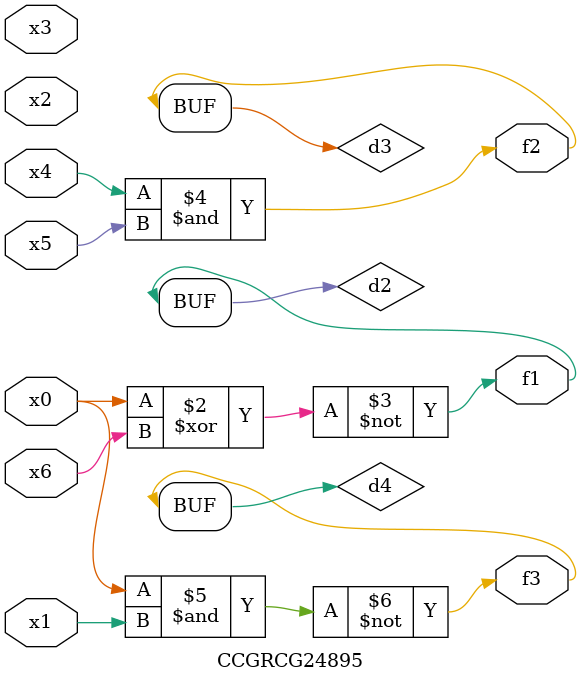
<source format=v>
module CCGRCG24895(
	input x0, x1, x2, x3, x4, x5, x6,
	output f1, f2, f3
);

	wire d1, d2, d3, d4;

	nor (d1, x0);
	xnor (d2, x0, x6);
	and (d3, x4, x5);
	nand (d4, x0, x1);
	assign f1 = d2;
	assign f2 = d3;
	assign f3 = d4;
endmodule

</source>
